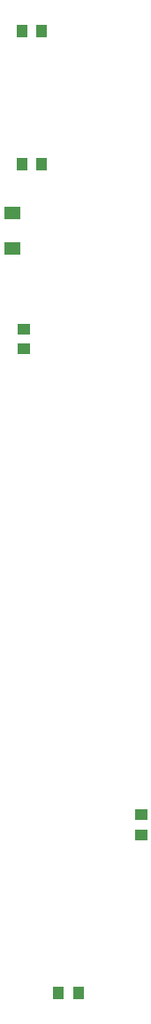
<source format=gbr>
G04 DipTrace 3.1.0.1*
G04 Íèæíÿÿï.ìàñêà.gbr*
%MOIN*%
G04 #@! TF.FileFunction,Paste,Bot*
G04 #@! TF.Part,Single*
%ADD72R,0.051181X0.043307*%
%ADD84R,0.062992X0.047244*%
%ADD86R,0.043307X0.051181*%
%FSLAX26Y26*%
G04*
G70*
G90*
G75*
G01*
G04 BotPaste*
%LPD*%
D86*
X212615Y3787730D3*
X287419D3*
X212718Y3287677D3*
X287521D3*
D84*
X175009Y3104580D3*
Y2970722D3*
D72*
X218896Y2668753D3*
Y2593950D3*
X662568Y843837D3*
Y769034D3*
D86*
X424941Y175017D3*
X350138D3*
M02*

</source>
